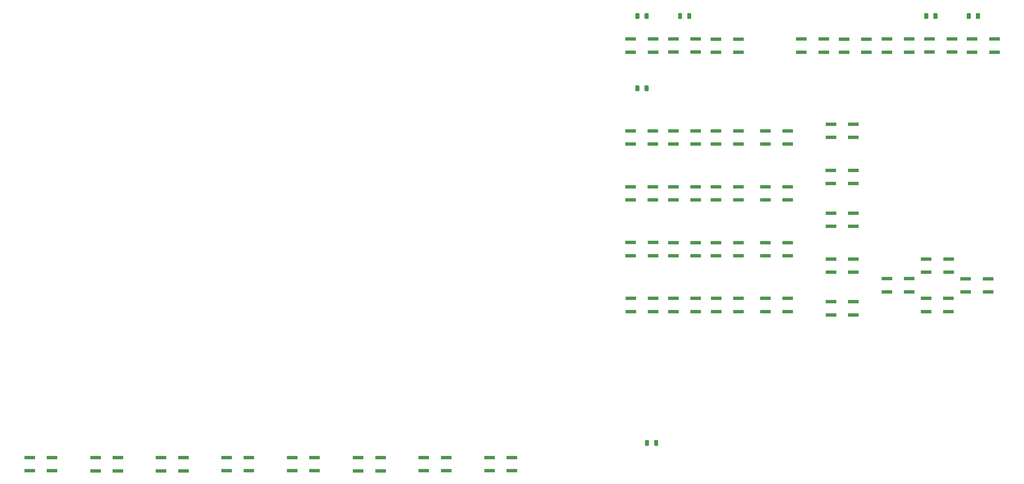
<source format=gbr>
%TF.GenerationSoftware,KiCad,Pcbnew,(5.1.9)-1*%
%TF.CreationDate,2021-03-26T19:35:24+01:00*%
%TF.ProjectId,UPL_Keyboard,55504c5f-4b65-4796-926f-6172642e6b69,2*%
%TF.SameCoordinates,Original*%
%TF.FileFunction,Paste,Top*%
%TF.FilePolarity,Positive*%
%FSLAX46Y46*%
G04 Gerber Fmt 4.6, Leading zero omitted, Abs format (unit mm)*
G04 Created by KiCad (PCBNEW (5.1.9)-1) date 2021-03-26 19:35:24*
%MOMM*%
%LPD*%
G01*
G04 APERTURE LIST*
%ADD10R,3.200400X0.990600*%
G04 APERTURE END LIST*
D10*
%TO.C,SW41*%
X198760002Y-214819999D03*
X198760002Y-218820001D03*
X205559998Y-218820001D03*
X205559998Y-214819999D03*
%TD*%
%TO.C,SW40*%
X178760002Y-214799999D03*
X178760002Y-218800001D03*
X185559998Y-218800001D03*
X185559998Y-214799999D03*
%TD*%
%TO.C,SW39*%
X158780002Y-214859999D03*
X158780002Y-218860001D03*
X165579998Y-218860001D03*
X165579998Y-214859999D03*
%TD*%
%TO.C,SW38*%
X138700002Y-214839999D03*
X138700002Y-218840001D03*
X145499998Y-218840001D03*
X145499998Y-214839999D03*
%TD*%
%TO.C,SW37*%
X118710002Y-214839999D03*
X118710002Y-218840001D03*
X125509998Y-218840001D03*
X125509998Y-214839999D03*
%TD*%
%TO.C,SW36*%
X98750002Y-214849999D03*
X98750002Y-218850001D03*
X105549998Y-218850001D03*
X105549998Y-214849999D03*
%TD*%
%TO.C,SW35*%
X78800002Y-214849999D03*
X78800002Y-218850001D03*
X85599998Y-218850001D03*
X85599998Y-214849999D03*
%TD*%
%TO.C,SW34*%
X58730002Y-214829999D03*
X58730002Y-218830001D03*
X65529998Y-218830001D03*
X65529998Y-214829999D03*
%TD*%
%TO.C,SW33*%
X331740002Y-166339999D03*
X331740002Y-170340001D03*
X338539998Y-170340001D03*
X338539998Y-166339999D03*
%TD*%
%TO.C,SW32*%
X331760002Y-154359999D03*
X331760002Y-158360001D03*
X338559998Y-158360001D03*
X338559998Y-154359999D03*
%TD*%
%TO.C,SW31*%
X343790002Y-160349999D03*
X343790002Y-164350001D03*
X350589998Y-164350001D03*
X350589998Y-160349999D03*
%TD*%
%TO.C,SW30*%
X319750002Y-160319999D03*
X319750002Y-164320001D03*
X326549998Y-164320001D03*
X326549998Y-160319999D03*
%TD*%
%TO.C,SW29*%
X282770002Y-166329999D03*
X282770002Y-170330001D03*
X289569998Y-170330001D03*
X289569998Y-166329999D03*
%TD*%
%TO.C,SW28*%
X267780002Y-166339999D03*
X267780002Y-170340001D03*
X274579998Y-170340001D03*
X274579998Y-166339999D03*
%TD*%
%TO.C,SW27*%
X254750002Y-166349999D03*
X254750002Y-170350001D03*
X261549998Y-170350001D03*
X261549998Y-166349999D03*
%TD*%
%TO.C,SW26*%
X241790002Y-166339999D03*
X241790002Y-170340001D03*
X248589998Y-170340001D03*
X248589998Y-166339999D03*
%TD*%
%TO.C,SW25*%
X302780002Y-167349999D03*
X302780002Y-171350001D03*
X309579998Y-171350001D03*
X309579998Y-167349999D03*
%TD*%
%TO.C,SW24*%
X282750002Y-149349999D03*
X282750002Y-153350001D03*
X289549998Y-153350001D03*
X289549998Y-149349999D03*
%TD*%
%TO.C,SW23*%
X267740002Y-149339999D03*
X267740002Y-153340001D03*
X274539998Y-153340001D03*
X274539998Y-149339999D03*
%TD*%
%TO.C,SW22*%
X254750002Y-149339999D03*
X254750002Y-153340001D03*
X261549998Y-153340001D03*
X261549998Y-149339999D03*
%TD*%
%TO.C,SW21*%
X241750002Y-149329999D03*
X241750002Y-153330001D03*
X248549998Y-153330001D03*
X248549998Y-149329999D03*
%TD*%
%TO.C,SW20*%
X302740002Y-154349999D03*
X302740002Y-158350001D03*
X309539998Y-158350001D03*
X309539998Y-154349999D03*
%TD*%
%TO.C,SW19*%
X302780002Y-140369999D03*
X302780002Y-144370001D03*
X309579998Y-144370001D03*
X309579998Y-140369999D03*
%TD*%
%TO.C,SW18*%
X282760002Y-132339999D03*
X282760002Y-136340001D03*
X289559998Y-136340001D03*
X289559998Y-132339999D03*
%TD*%
%TO.C,SW17*%
X267760002Y-132349999D03*
X267760002Y-136350001D03*
X274559998Y-136350001D03*
X274559998Y-132349999D03*
%TD*%
%TO.C,SW16*%
X254760002Y-132339999D03*
X254760002Y-136340001D03*
X261559998Y-136340001D03*
X261559998Y-132339999D03*
%TD*%
%TO.C,SW15*%
X241730002Y-132349999D03*
X241730002Y-136350001D03*
X248529998Y-136350001D03*
X248529998Y-132349999D03*
%TD*%
%TO.C,SW14*%
X302710002Y-127329999D03*
X302710002Y-131330001D03*
X309509998Y-131330001D03*
X309509998Y-127329999D03*
%TD*%
%TO.C,SW13*%
X302760002Y-113319999D03*
X302760002Y-117320001D03*
X309559998Y-117320001D03*
X309559998Y-113319999D03*
%TD*%
%TO.C,SW12*%
X282760002Y-115339999D03*
X282760002Y-119340001D03*
X289559998Y-119340001D03*
X289559998Y-115339999D03*
%TD*%
%TO.C,SW11*%
X267740002Y-115319999D03*
X267740002Y-119320001D03*
X274539998Y-119320001D03*
X274539998Y-115319999D03*
%TD*%
%TO.C,SW10*%
X254740002Y-115329999D03*
X254740002Y-119330001D03*
X261539998Y-119330001D03*
X261539998Y-115329999D03*
%TD*%
%TO.C,SW9*%
X241730002Y-115339999D03*
X241730002Y-119340001D03*
X248529998Y-119340001D03*
X248529998Y-115339999D03*
%TD*%
%TO.C,SW8*%
X345740002Y-87339999D03*
X345740002Y-91340001D03*
X352539998Y-91340001D03*
X352539998Y-87339999D03*
%TD*%
%TO.C,SW7*%
X332770002Y-87329999D03*
X332770002Y-91330001D03*
X339569998Y-91330001D03*
X339569998Y-87329999D03*
%TD*%
%TO.C,SW6*%
X319750002Y-87339999D03*
X319750002Y-91340001D03*
X326549998Y-91340001D03*
X326549998Y-87339999D03*
%TD*%
%TO.C,SW5*%
X306740002Y-87359999D03*
X306740002Y-91360001D03*
X313539998Y-91360001D03*
X313539998Y-87359999D03*
%TD*%
%TO.C,SW4*%
X293750002Y-87349999D03*
X293750002Y-91350001D03*
X300549998Y-91350001D03*
X300549998Y-87349999D03*
%TD*%
%TO.C,SW3*%
X267750002Y-87359999D03*
X267750002Y-91360001D03*
X274549998Y-91360001D03*
X274549998Y-87359999D03*
%TD*%
%TO.C,SW2*%
X254740002Y-87329999D03*
X254740002Y-91330001D03*
X261539998Y-91330001D03*
X261539998Y-87329999D03*
%TD*%
%TO.C,SW1*%
X241750002Y-87349999D03*
X241750002Y-91350001D03*
X248549998Y-91350001D03*
X248549998Y-87349999D03*
%TD*%
%TO.C,LED_START1*%
G36*
G01*
X245985000Y-80975000D02*
X245985000Y-79725000D01*
G75*
G02*
X246235000Y-79475000I250000J0D01*
G01*
X246985000Y-79475000D01*
G75*
G02*
X247235000Y-79725000I0J-250000D01*
G01*
X247235000Y-80975000D01*
G75*
G02*
X246985000Y-81225000I-250000J0D01*
G01*
X246235000Y-81225000D01*
G75*
G02*
X245985000Y-80975000I0J250000D01*
G01*
G37*
G36*
G01*
X243185000Y-80975000D02*
X243185000Y-79725000D01*
G75*
G02*
X243435000Y-79475000I250000J0D01*
G01*
X244185000Y-79475000D01*
G75*
G02*
X244435000Y-79725000I0J-250000D01*
G01*
X244435000Y-80975000D01*
G75*
G02*
X244185000Y-81225000I-250000J0D01*
G01*
X243435000Y-81225000D01*
G75*
G02*
X243185000Y-80975000I0J250000D01*
G01*
G37*
%TD*%
%TO.C,LED_SINGLE1*%
G36*
G01*
X258975000Y-80965000D02*
X258975000Y-79715000D01*
G75*
G02*
X259225000Y-79465000I250000J0D01*
G01*
X259975000Y-79465000D01*
G75*
G02*
X260225000Y-79715000I0J-250000D01*
G01*
X260225000Y-80965000D01*
G75*
G02*
X259975000Y-81215000I-250000J0D01*
G01*
X259225000Y-81215000D01*
G75*
G02*
X258975000Y-80965000I0J250000D01*
G01*
G37*
G36*
G01*
X256175000Y-80965000D02*
X256175000Y-79715000D01*
G75*
G02*
X256425000Y-79465000I250000J0D01*
G01*
X257175000Y-79465000D01*
G75*
G02*
X257425000Y-79715000I0J-250000D01*
G01*
X257425000Y-80965000D01*
G75*
G02*
X257175000Y-81215000I-250000J0D01*
G01*
X256425000Y-81215000D01*
G75*
G02*
X256175000Y-80965000I0J250000D01*
G01*
G37*
%TD*%
%TO.C,LED_REMOTE1*%
G36*
G01*
X346875000Y-80975000D02*
X346875000Y-79725000D01*
G75*
G02*
X347125000Y-79475000I250000J0D01*
G01*
X347875000Y-79475000D01*
G75*
G02*
X348125000Y-79725000I0J-250000D01*
G01*
X348125000Y-80975000D01*
G75*
G02*
X347875000Y-81225000I-250000J0D01*
G01*
X347125000Y-81225000D01*
G75*
G02*
X346875000Y-80975000I0J250000D01*
G01*
G37*
G36*
G01*
X344075000Y-80975000D02*
X344075000Y-79725000D01*
G75*
G02*
X344325000Y-79475000I250000J0D01*
G01*
X345075000Y-79475000D01*
G75*
G02*
X345325000Y-79725000I0J-250000D01*
G01*
X345325000Y-80975000D01*
G75*
G02*
X345075000Y-81225000I-250000J0D01*
G01*
X344325000Y-81225000D01*
G75*
G02*
X344075000Y-80975000I0J250000D01*
G01*
G37*
%TD*%
%TO.C,LED_OUTPUT1*%
G36*
G01*
X333925000Y-80965000D02*
X333925000Y-79715000D01*
G75*
G02*
X334175000Y-79465000I250000J0D01*
G01*
X334925000Y-79465000D01*
G75*
G02*
X335175000Y-79715000I0J-250000D01*
G01*
X335175000Y-80965000D01*
G75*
G02*
X334925000Y-81215000I-250000J0D01*
G01*
X334175000Y-81215000D01*
G75*
G02*
X333925000Y-80965000I0J250000D01*
G01*
G37*
G36*
G01*
X331125000Y-80965000D02*
X331125000Y-79715000D01*
G75*
G02*
X331375000Y-79465000I250000J0D01*
G01*
X332125000Y-79465000D01*
G75*
G02*
X332375000Y-79715000I0J-250000D01*
G01*
X332375000Y-80965000D01*
G75*
G02*
X332125000Y-81215000I-250000J0D01*
G01*
X331375000Y-81215000D01*
G75*
G02*
X331125000Y-80965000I0J250000D01*
G01*
G37*
%TD*%
%TO.C,LED_GEN_OVRLD1*%
G36*
G01*
X248895000Y-210975000D02*
X248895000Y-209725000D01*
G75*
G02*
X249145000Y-209475000I250000J0D01*
G01*
X249895000Y-209475000D01*
G75*
G02*
X250145000Y-209725000I0J-250000D01*
G01*
X250145000Y-210975000D01*
G75*
G02*
X249895000Y-211225000I-250000J0D01*
G01*
X249145000Y-211225000D01*
G75*
G02*
X248895000Y-210975000I0J250000D01*
G01*
G37*
G36*
G01*
X246095000Y-210975000D02*
X246095000Y-209725000D01*
G75*
G02*
X246345000Y-209475000I250000J0D01*
G01*
X247095000Y-209475000D01*
G75*
G02*
X247345000Y-209725000I0J-250000D01*
G01*
X247345000Y-210975000D01*
G75*
G02*
X247095000Y-211225000I-250000J0D01*
G01*
X246345000Y-211225000D01*
G75*
G02*
X246095000Y-210975000I0J250000D01*
G01*
G37*
%TD*%
%TO.C,LED_DATA1*%
G36*
G01*
X245965000Y-102975000D02*
X245965000Y-101725000D01*
G75*
G02*
X246215000Y-101475000I250000J0D01*
G01*
X246965000Y-101475000D01*
G75*
G02*
X247215000Y-101725000I0J-250000D01*
G01*
X247215000Y-102975000D01*
G75*
G02*
X246965000Y-103225000I-250000J0D01*
G01*
X246215000Y-103225000D01*
G75*
G02*
X245965000Y-102975000I0J250000D01*
G01*
G37*
G36*
G01*
X243165000Y-102975000D02*
X243165000Y-101725000D01*
G75*
G02*
X243415000Y-101475000I250000J0D01*
G01*
X244165000Y-101475000D01*
G75*
G02*
X244415000Y-101725000I0J-250000D01*
G01*
X244415000Y-102975000D01*
G75*
G02*
X244165000Y-103225000I-250000J0D01*
G01*
X243415000Y-103225000D01*
G75*
G02*
X243165000Y-102975000I0J250000D01*
G01*
G37*
%TD*%
M02*

</source>
